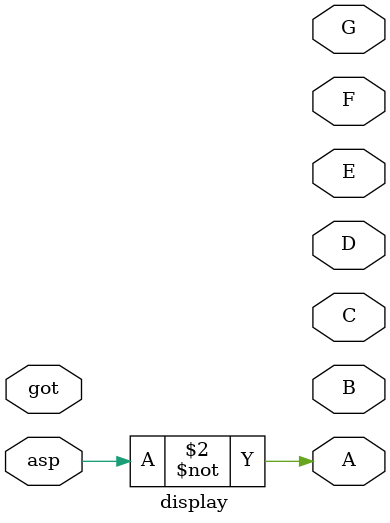
<source format=v>
module display(
    input asp, 
    input got,
    
    output A,
    output B,
    output C,
    output D,
    output E,
    output F,
    output G
);

    not not1(A,asp);
    and and1(S1,got,A);

endmodule 
</source>
